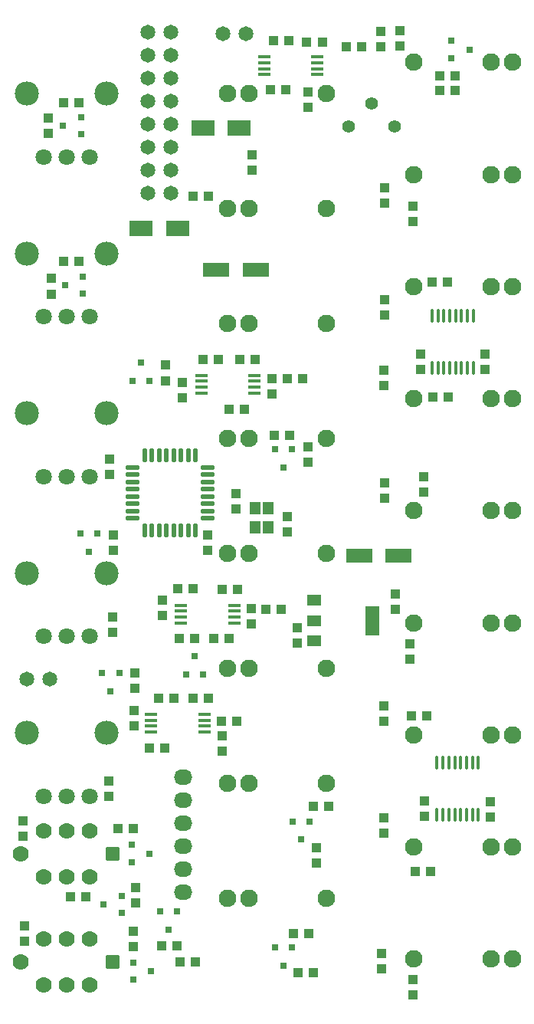
<source format=gts>
G04 #@! TF.GenerationSoftware,KiCad,Pcbnew,(6.0.5-0)*
G04 #@! TF.CreationDate,2022-07-14T17:11:11-07:00*
G04 #@! TF.ProjectId,SCMplus,53434d70-6c75-4732-9e6b-696361645f70,rev?*
G04 #@! TF.SameCoordinates,PX85b6780PY82ed558*
G04 #@! TF.FileFunction,Soldermask,Top*
G04 #@! TF.FilePolarity,Negative*
%FSLAX46Y46*%
G04 Gerber Fmt 4.6, Leading zero omitted, Abs format (unit mm)*
G04 Created by KiCad (PCBNEW (6.0.5-0)) date 2022-07-14 17:11:11*
%MOMM*%
%LPD*%
G01*
G04 APERTURE LIST*
G04 Aperture macros list*
%AMRoundRect*
0 Rectangle with rounded corners*
0 $1 Rounding radius*
0 $2 $3 $4 $5 $6 $7 $8 $9 X,Y pos of 4 corners*
0 Add a 4 corners polygon primitive as box body*
4,1,4,$2,$3,$4,$5,$6,$7,$8,$9,$2,$3,0*
0 Add four circle primitives for the rounded corners*
1,1,$1+$1,$2,$3*
1,1,$1+$1,$4,$5*
1,1,$1+$1,$6,$7*
1,1,$1+$1,$8,$9*
0 Add four rect primitives between the rounded corners*
20,1,$1+$1,$2,$3,$4,$5,0*
20,1,$1+$1,$4,$5,$6,$7,0*
20,1,$1+$1,$6,$7,$8,$9,0*
20,1,$1+$1,$8,$9,$2,$3,0*%
G04 Aperture macros list end*
%ADD10R,1.500000X1.200000*%
%ADD11R,1.500000X3.300001*%
%ADD12R,1.000000X1.000000*%
%ADD13C,1.651000*%
%ADD14R,1.150000X1.400000*%
%ADD15R,1.450000X0.450000*%
%ADD16R,0.800100X0.800100*%
%ADD17R,2.499360X1.800860*%
%ADD18RoundRect,0.100000X-0.100000X0.637500X-0.100000X-0.637500X0.100000X-0.637500X0.100000X0.637500X0*%
%ADD19R,3.000000X1.600000*%
%ADD20C,1.397000*%
%ADD21O,2.032000X1.727200*%
%ADD22RoundRect,0.125000X0.625000X0.125000X-0.625000X0.125000X-0.625000X-0.125000X0.625000X-0.125000X0*%
%ADD23RoundRect,0.125000X0.125000X0.625000X-0.125000X0.625000X-0.125000X-0.625000X0.125000X-0.625000X0*%
%ADD24C,1.930400*%
%ADD25C,1.778000*%
%ADD26RoundRect,0.127000X-0.635000X-0.635000X0.635000X-0.635000X0.635000X0.635000X-0.635000X0.635000X0*%
%ADD27C,1.803400*%
%ADD28C,2.667000*%
G04 APERTURE END LIST*
D10*
X-86238010Y55207006D03*
X-86238010Y52907006D03*
D11*
X-79838010Y52907006D03*
D10*
X-86238010Y50707006D03*
D12*
X-78538000Y80597000D03*
X-78538000Y78897000D03*
X-86980840Y70448960D03*
X-86980840Y72148960D03*
X-97998000Y62437000D03*
X-97998000Y60737000D03*
D13*
X-115457448Y46501280D03*
X-117997448Y46501280D03*
X-104658000Y117977000D03*
X-102118000Y117977000D03*
X-104658000Y115437000D03*
X-102118000Y115437000D03*
X-104658000Y112897000D03*
X-102118000Y112897000D03*
X-104658000Y110357000D03*
X-102118000Y110357000D03*
X-104658000Y107817000D03*
X-102118000Y107817000D03*
X-104658000Y105277000D03*
X-102118000Y105277000D03*
X-104658000Y102737000D03*
X-102118000Y102737000D03*
X-104658000Y100197000D03*
X-102118000Y100197000D03*
D12*
X-74038000Y31307000D03*
X-74038000Y33007000D03*
D14*
X-92803536Y65385352D03*
X-91303536Y63285352D03*
X-92803536Y63285352D03*
X-91303536Y65385352D03*
D12*
X-71538000Y90377000D03*
X-73238000Y90377000D03*
D15*
X-98358000Y40642000D03*
X-98358000Y41292000D03*
X-98358000Y41942000D03*
X-98358000Y42592000D03*
X-104258000Y42592000D03*
X-104258000Y41942000D03*
X-104258000Y41292000D03*
X-104258000Y40642000D03*
D12*
X-75328000Y11587000D03*
X-75328000Y13287000D03*
X-115298000Y89037000D03*
X-115298000Y90737000D03*
X-93098000Y104407000D03*
X-93098000Y102707000D03*
X-89216864Y62776184D03*
X-89216864Y64476184D03*
X-101418000Y16997000D03*
X-103118000Y16997000D03*
X-103018000Y53517000D03*
X-103018000Y55217000D03*
X-73838000Y42437000D03*
X-75538000Y42437000D03*
X-108518000Y51627000D03*
X-108518000Y53327000D03*
D16*
X-111807240Y89067000D03*
X-111807240Y90967000D03*
X-113806220Y90017000D03*
D12*
X-95628000Y50967000D03*
X-97328000Y50967000D03*
D16*
X-88678000Y16827760D03*
X-90578000Y16827760D03*
X-89628000Y14828780D03*
D12*
X-78468000Y99087000D03*
X-78468000Y100787000D03*
D16*
X-86758000Y30757760D03*
X-88658000Y30757760D03*
X-87708000Y28758780D03*
X-101408000Y20847760D03*
X-103308000Y20847760D03*
X-102358000Y18848780D03*
D12*
X-106108000Y45437000D03*
X-106108000Y47137000D03*
D16*
X-88708000Y71857760D03*
X-90608000Y71857760D03*
X-89658000Y69858780D03*
D12*
X-75698000Y48657000D03*
X-75698000Y50357000D03*
D17*
X-105356980Y96267000D03*
X-101359020Y96267000D03*
D12*
X-78838000Y16187000D03*
X-78838000Y14487000D03*
X-101158000Y50977000D03*
X-99458000Y50977000D03*
X-93228000Y54267000D03*
X-93228000Y52567000D03*
X-99668000Y99817000D03*
X-97968000Y99817000D03*
X-85368000Y116887000D03*
X-87068000Y116887000D03*
X-78488000Y86727000D03*
X-78488000Y88427000D03*
X-88518000Y18377000D03*
X-86818000Y18377000D03*
X-113968000Y92667000D03*
X-112268000Y92667000D03*
X-96458000Y40197000D03*
X-96458000Y38497000D03*
X-111468000Y22457000D03*
X-113168000Y22457000D03*
X-86048000Y27837000D03*
X-86048000Y26137000D03*
D16*
X-107517240Y20667000D03*
X-107517240Y22567000D03*
X-109516220Y21617000D03*
D18*
X-68123000Y37269500D03*
X-68773000Y37269500D03*
X-69423000Y37269500D03*
X-70073000Y37269500D03*
X-70723000Y37269500D03*
X-71373000Y37269500D03*
X-72023000Y37269500D03*
X-72673000Y37269500D03*
X-72673000Y31544500D03*
X-72023000Y31544500D03*
X-71373000Y31544500D03*
X-70723000Y31544500D03*
X-70073000Y31544500D03*
X-69423000Y31544500D03*
X-68773000Y31544500D03*
X-68123000Y31544500D03*
D12*
X-66788000Y31247000D03*
X-66788000Y32947000D03*
X-74128000Y68867000D03*
X-74128000Y67167000D03*
X-90653288Y73415288D03*
X-88953288Y73415288D03*
X-94860744Y65296880D03*
X-94860744Y66996880D03*
X-101297000Y56494000D03*
X-99597000Y56494000D03*
X-113968000Y110197000D03*
X-112268000Y110197000D03*
X-74518000Y80677000D03*
X-74518000Y82377000D03*
X-100818000Y79297000D03*
X-100818000Y77597000D03*
X-93938000Y76327000D03*
X-95638000Y76327000D03*
D19*
X-76908000Y60097000D03*
X-81308000Y60097000D03*
D12*
X-87498000Y79667000D03*
X-89198000Y79667000D03*
X-82708000Y116327000D03*
X-81008000Y116327000D03*
D20*
X-82468000Y107537000D03*
X-79928000Y110077000D03*
X-77388000Y107537000D03*
D21*
X-100748000Y35687000D03*
X-100748000Y33147000D03*
X-100748000Y30607000D03*
X-100748000Y28067000D03*
X-100748000Y25527000D03*
X-100748000Y22987000D03*
D12*
X-106268000Y16977000D03*
X-106268000Y18677000D03*
X-86368000Y32467000D03*
X-84668000Y32467000D03*
X-67358000Y80687000D03*
X-67358000Y82387000D03*
X-86898000Y111327000D03*
X-86898000Y109627000D03*
X-106128000Y41297000D03*
X-106128000Y42997000D03*
D15*
X-85888000Y113262000D03*
X-85888000Y113912000D03*
X-85888000Y114562000D03*
X-85888000Y115212000D03*
X-91788000Y115212000D03*
X-91788000Y114562000D03*
X-91788000Y113912000D03*
X-91788000Y113262000D03*
D12*
X-76748000Y118157000D03*
X-76748000Y116457000D03*
X-88158000Y50457000D03*
X-88158000Y52157000D03*
D15*
X-95078000Y52702000D03*
X-95078000Y53352000D03*
X-95078000Y54002000D03*
X-95078000Y54652000D03*
X-100978000Y54652000D03*
X-100978000Y54002000D03*
X-100978000Y53352000D03*
X-100978000Y52702000D03*
D16*
X-112017240Y106657000D03*
X-112017240Y108557000D03*
X-114016220Y107607000D03*
D12*
X-77288000Y55867000D03*
X-77288000Y54167000D03*
X-78498000Y68207000D03*
X-78498000Y66507000D03*
D16*
X-106428760Y28167000D03*
X-106428760Y26267000D03*
X-104429780Y27217000D03*
D12*
X-101768000Y44337000D03*
X-103468000Y44337000D03*
X-73368000Y25237000D03*
X-75068000Y25237000D03*
X-118438000Y30827000D03*
X-118438000Y29127000D03*
X-90788000Y116987000D03*
X-89088000Y116987000D03*
X-92758000Y81817000D03*
X-94458000Y81817000D03*
X-78558000Y31187000D03*
X-78558000Y29487000D03*
D17*
X-94573060Y107344440D03*
X-98571020Y107344440D03*
D19*
X-97118000Y91667000D03*
X-92718000Y91667000D03*
D16*
X-106331000Y79421240D03*
X-104431000Y79421240D03*
X-105381000Y81420220D03*
D12*
X-104458000Y38877000D03*
X-102758000Y38877000D03*
X-115678000Y106787000D03*
X-115678000Y108487000D03*
X-78518000Y43527000D03*
X-78518000Y41827000D03*
X-118298000Y19227000D03*
X-118298000Y17527000D03*
X-97978000Y44407000D03*
X-99678000Y44407000D03*
X-108898000Y69067000D03*
X-108898000Y70767000D03*
X-105998000Y23467000D03*
X-105998000Y21767000D03*
D15*
X-92828978Y78087000D03*
X-92828978Y78737000D03*
X-92828978Y79387000D03*
X-92828978Y80037000D03*
X-98728978Y80037000D03*
X-98728978Y79387000D03*
X-98728978Y78737000D03*
X-98728978Y78087000D03*
D12*
X-90878978Y79672000D03*
X-90878978Y77972000D03*
X-102678000Y81170000D03*
X-102678000Y79470000D03*
D16*
X-71068760Y116997000D03*
X-71068760Y115097000D03*
X-69069780Y116047000D03*
D12*
X-98518000Y81787000D03*
X-96818000Y81787000D03*
X-88058000Y14047000D03*
X-86358000Y14047000D03*
X-71438000Y77677000D03*
X-73138000Y77677000D03*
D13*
X-93838000Y117787000D03*
X-96378000Y117787000D03*
D16*
X-110208000Y62577760D03*
X-112108000Y62577760D03*
X-111158000Y60578780D03*
D12*
X-94798000Y41827000D03*
X-96498000Y41827000D03*
D16*
X-107798000Y47147760D03*
X-109698000Y47147760D03*
X-108748000Y45148780D03*
D12*
X-72378000Y111517000D03*
X-70678000Y111517000D03*
X-75328000Y97007000D03*
X-75328000Y98707000D03*
X-108458000Y62447000D03*
X-108458000Y60747000D03*
X-101068000Y15227000D03*
X-99368000Y15227000D03*
X-89938000Y54237000D03*
X-91638000Y54237000D03*
D22*
X-98013000Y64267000D03*
X-98013000Y65067000D03*
X-98013000Y65867000D03*
X-98013000Y66667000D03*
X-98013000Y67467000D03*
X-98013000Y68267000D03*
X-98013000Y69067000D03*
X-98013000Y69867000D03*
D23*
X-99388000Y71242000D03*
X-100188000Y71242000D03*
X-100988000Y71242000D03*
X-101788000Y71242000D03*
X-102588000Y71242000D03*
X-103388000Y71242000D03*
X-104188000Y71242000D03*
X-104988000Y71242000D03*
D22*
X-106363000Y69867000D03*
X-106363000Y69067000D03*
X-106363000Y68267000D03*
X-106363000Y67467000D03*
X-106363000Y66667000D03*
X-106363000Y65867000D03*
X-106363000Y65067000D03*
X-106363000Y64267000D03*
D23*
X-104988000Y62892000D03*
X-104188000Y62892000D03*
X-103388000Y62892000D03*
X-102588000Y62892000D03*
X-101788000Y62892000D03*
X-100988000Y62892000D03*
X-100188000Y62892000D03*
X-99388000Y62892000D03*
D12*
X-106218000Y29957000D03*
X-107918000Y29957000D03*
X-94688000Y56437000D03*
X-96388000Y56437000D03*
X-70688000Y113157000D03*
X-72388000Y113157000D03*
D18*
X-68673000Y86619500D03*
X-69323000Y86619500D03*
X-69973000Y86619500D03*
X-70623000Y86619500D03*
X-71273000Y86619500D03*
X-71923000Y86619500D03*
X-72573000Y86619500D03*
X-73223000Y86619500D03*
X-73223000Y80894500D03*
X-72573000Y80894500D03*
X-71923000Y80894500D03*
X-71273000Y80894500D03*
X-70623000Y80894500D03*
X-69973000Y80894500D03*
X-69323000Y80894500D03*
X-68673000Y80894500D03*
D12*
X-91053752Y111567952D03*
X-89353752Y111567952D03*
D16*
X-100442000Y47007240D03*
X-98542000Y47007240D03*
X-99492000Y49006220D03*
D12*
X-78888000Y118047000D03*
X-78888000Y116347000D03*
D16*
X-106278760Y15187000D03*
X-106278760Y13287000D03*
X-104279780Y14237000D03*
D12*
X-108928000Y33527000D03*
X-108928000Y35227000D03*
D24*
X-75297000Y102236500D03*
X-64324200Y102236500D03*
X-66737200Y102236500D03*
D25*
X-111060200Y24614100D03*
X-113600200Y24614100D03*
X-116140200Y24614100D03*
X-111060200Y29694100D03*
X-113600200Y29694100D03*
X-116140200Y29694100D03*
D26*
X-108520200Y27154100D03*
D25*
X-118680200Y27154100D03*
D24*
X-84898200Y111177300D03*
X-95871000Y111177300D03*
X-93458000Y111177300D03*
X-84898200Y85777300D03*
X-95871000Y85777300D03*
X-93458000Y85777300D03*
D27*
X-111060363Y68859057D03*
X-113600363Y68859057D03*
X-116140363Y68859057D03*
D28*
X-109206163Y75869457D03*
X-117994563Y75869457D03*
D24*
X-75297000Y89854000D03*
X-64324200Y89854000D03*
X-66737200Y89854000D03*
X-75297000Y77471500D03*
X-64324200Y77471500D03*
X-66737200Y77471500D03*
D27*
X-111060363Y86512057D03*
X-113600363Y86512057D03*
X-116140363Y86512057D03*
D28*
X-109206163Y93522457D03*
X-117994563Y93522457D03*
D27*
X-111060363Y33553057D03*
X-113600363Y33553057D03*
X-116140363Y33553057D03*
D28*
X-109206163Y40563457D03*
X-117994563Y40563457D03*
D24*
X-75297000Y15559000D03*
X-64324200Y15559000D03*
X-66737200Y15559000D03*
X-84898200Y47677300D03*
X-95871000Y47677300D03*
X-93458000Y47677300D03*
X-84898200Y22277300D03*
X-95871000Y22277300D03*
X-93458000Y22277300D03*
D25*
X-111060200Y12676100D03*
X-113600200Y12676100D03*
X-116140200Y12676100D03*
X-111060200Y17756100D03*
X-113600200Y17756100D03*
X-116140200Y17756100D03*
D26*
X-108520200Y15216100D03*
D25*
X-118680200Y15216100D03*
D24*
X-75297000Y114619000D03*
X-64324200Y114619000D03*
X-66737200Y114619000D03*
X-84898200Y60377300D03*
X-95871000Y60377300D03*
X-93458000Y60377300D03*
X-75297000Y27941500D03*
X-64324200Y27941500D03*
X-66737200Y27941500D03*
X-75297000Y52706500D03*
X-64324200Y52706500D03*
X-66737200Y52706500D03*
X-84898200Y73077300D03*
X-95871000Y73077300D03*
X-93458000Y73077300D03*
X-84898200Y34977300D03*
X-95871000Y34977300D03*
X-93458000Y34977300D03*
D27*
X-111060363Y51206057D03*
X-113600363Y51206057D03*
X-116140363Y51206057D03*
D28*
X-109206163Y58216457D03*
X-117994563Y58216457D03*
D27*
X-111060363Y104165057D03*
X-113600363Y104165057D03*
X-116140363Y104165057D03*
D28*
X-109206163Y111175457D03*
X-117994563Y111175457D03*
D24*
X-75297000Y40324000D03*
X-64324200Y40324000D03*
X-66737200Y40324000D03*
X-75297000Y65089000D03*
X-64324200Y65089000D03*
X-66737200Y65089000D03*
X-84898200Y98477300D03*
X-95871000Y98477300D03*
X-93458000Y98477300D03*
M02*

</source>
